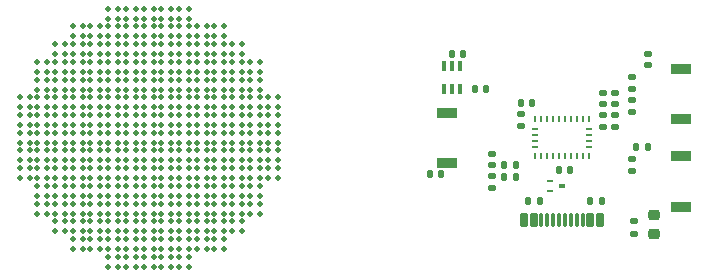
<source format=gbr>
%TF.GenerationSoftware,KiCad,Pcbnew,8.0.2-1*%
%TF.CreationDate,2025-05-16T10:32:14-07:00*%
%TF.ProjectId,Small_Pendant,536d616c-6c5f-4506-956e-64616e742e6b,rev?*%
%TF.SameCoordinates,Original*%
%TF.FileFunction,Paste,Top*%
%TF.FilePolarity,Positive*%
%FSLAX46Y46*%
G04 Gerber Fmt 4.6, Leading zero omitted, Abs format (unit mm)*
G04 Created by KiCad (PCBNEW 8.0.2-1) date 2025-05-16 10:32:14*
%MOMM*%
%LPD*%
G01*
G04 APERTURE LIST*
G04 Aperture macros list*
%AMRoundRect*
0 Rectangle with rounded corners*
0 $1 Rounding radius*
0 $2 $3 $4 $5 $6 $7 $8 $9 X,Y pos of 4 corners*
0 Add a 4 corners polygon primitive as box body*
4,1,4,$2,$3,$4,$5,$6,$7,$8,$9,$2,$3,0*
0 Add four circle primitives for the rounded corners*
1,1,$1+$1,$2,$3*
1,1,$1+$1,$4,$5*
1,1,$1+$1,$6,$7*
1,1,$1+$1,$8,$9*
0 Add four rect primitives between the rounded corners*
20,1,$1+$1,$2,$3,$4,$5,0*
20,1,$1+$1,$4,$5,$6,$7,0*
20,1,$1+$1,$6,$7,$8,$9,0*
20,1,$1+$1,$8,$9,$2,$3,0*%
G04 Aperture macros list end*
%ADD10RoundRect,0.112500X-0.112500X-0.112500X0.112500X-0.112500X0.112500X0.112500X-0.112500X0.112500X0*%
%ADD11RoundRect,0.112500X0.112500X0.112500X-0.112500X0.112500X-0.112500X-0.112500X0.112500X-0.112500X0*%
%ADD12R,1.700000X0.845000*%
%ADD13R,1.700000X0.850000*%
%ADD14RoundRect,0.135000X0.185000X-0.135000X0.185000X0.135000X-0.185000X0.135000X-0.185000X-0.135000X0*%
%ADD15RoundRect,0.140000X-0.170000X0.140000X-0.170000X-0.140000X0.170000X-0.140000X0.170000X0.140000X0*%
%ADD16RoundRect,0.140000X0.170000X-0.140000X0.170000X0.140000X-0.170000X0.140000X-0.170000X-0.140000X0*%
%ADD17RoundRect,0.140000X-0.140000X-0.170000X0.140000X-0.170000X0.140000X0.170000X-0.140000X0.170000X0*%
%ADD18RoundRect,0.135000X-0.185000X0.135000X-0.185000X-0.135000X0.185000X-0.135000X0.185000X0.135000X0*%
%ADD19RoundRect,0.060000X-0.240000X-0.515000X0.240000X-0.515000X0.240000X0.515000X-0.240000X0.515000X0*%
%ADD20RoundRect,0.030000X-0.120000X-0.545000X0.120000X-0.545000X0.120000X0.545000X-0.120000X0.545000X0*%
%ADD21R,0.250000X0.500000*%
%ADD22R,0.500000X0.250000*%
%ADD23RoundRect,0.140000X0.140000X0.170000X-0.140000X0.170000X-0.140000X-0.170000X0.140000X-0.170000X0*%
%ADD24RoundRect,0.135000X-0.135000X-0.185000X0.135000X-0.185000X0.135000X0.185000X-0.135000X0.185000X0*%
%ADD25R,0.320000X0.840000*%
%ADD26RoundRect,0.218750X-0.256250X0.218750X-0.256250X-0.218750X0.256250X-0.218750X0.256250X0.218750X0*%
%ADD27R,0.490000X0.290000*%
%ADD28R,0.490000X0.430000*%
%ADD29RoundRect,0.135000X0.135000X0.185000X-0.135000X0.185000X-0.135000X-0.185000X0.135000X-0.185000X0*%
G04 APERTURE END LIST*
D10*
%TO.C,D135*%
X51075000Y-69075000D03*
X51925000Y-69075000D03*
X51075000Y-69925000D03*
X51925000Y-69925000D03*
%TD*%
D11*
%TO.C,D14*%
X51925000Y-56425000D03*
X51075000Y-56425000D03*
X51925000Y-55575000D03*
X51075000Y-55575000D03*
%TD*%
%TO.C,D115*%
X39925000Y-68425000D03*
X39075000Y-68425000D03*
X39925000Y-67575000D03*
X39075000Y-67575000D03*
%TD*%
%TO.C,D152*%
X54925000Y-71425000D03*
X54075000Y-71425000D03*
X54925000Y-70575000D03*
X54075000Y-70575000D03*
%TD*%
%TO.C,D171*%
X50425000Y-74425000D03*
X49575000Y-74425000D03*
X50425000Y-73575000D03*
X49575000Y-73575000D03*
%TD*%
D12*
%TO.C,SW2*%
X95100000Y-63427500D03*
D13*
X95100000Y-59175000D03*
%TD*%
D10*
%TO.C,D50*%
X46575000Y-60075000D03*
X47425000Y-60075000D03*
X46575000Y-60925000D03*
X47425000Y-60925000D03*
%TD*%
%TO.C,D138*%
X46575000Y-69075000D03*
X47425000Y-69075000D03*
X46575000Y-69925000D03*
X47425000Y-69925000D03*
%TD*%
D11*
%TO.C,D98*%
X59425000Y-65425000D03*
X58575000Y-65425000D03*
X59425000Y-64575000D03*
X58575000Y-64575000D03*
%TD*%
D14*
%TO.C,R2*%
X89500000Y-64110000D03*
X89500000Y-63090000D03*
%TD*%
D11*
%TO.C,D87*%
X42925000Y-65425000D03*
X42075000Y-65425000D03*
X42925000Y-64575000D03*
X42075000Y-64575000D03*
%TD*%
%TO.C,D174*%
X54925000Y-74425000D03*
X54075000Y-74425000D03*
X54925000Y-73575000D03*
X54075000Y-73575000D03*
%TD*%
D10*
%TO.C,D176*%
X52575000Y-75075000D03*
X53425000Y-75075000D03*
X52575000Y-75925000D03*
X53425000Y-75925000D03*
%TD*%
D11*
%TO.C,D29*%
X41425000Y-59425000D03*
X40575000Y-59425000D03*
X41425000Y-58575000D03*
X40575000Y-58575000D03*
%TD*%
%TO.C,D34*%
X48925000Y-59425000D03*
X48075000Y-59425000D03*
X48925000Y-58575000D03*
X48075000Y-58575000D03*
%TD*%
D15*
%TO.C,C6*%
X79100000Y-66370000D03*
X79100000Y-67330000D03*
%TD*%
D10*
%TO.C,D79*%
X46575000Y-63075000D03*
X47425000Y-63075000D03*
X46575000Y-63925000D03*
X47425000Y-63925000D03*
%TD*%
%TO.C,D159*%
X52575000Y-72075000D03*
X53425000Y-72075000D03*
X52575000Y-72925000D03*
X53425000Y-72925000D03*
%TD*%
D11*
%TO.C,D124*%
X53425000Y-68425000D03*
X52575000Y-68425000D03*
X53425000Y-67575000D03*
X52575000Y-67575000D03*
%TD*%
%TO.C,D95*%
X54925000Y-65425000D03*
X54075000Y-65425000D03*
X54925000Y-64575000D03*
X54075000Y-64575000D03*
%TD*%
D10*
%TO.C,D28*%
X42075000Y-57075000D03*
X42925000Y-57075000D03*
X42075000Y-57925000D03*
X42925000Y-57925000D03*
%TD*%
D11*
%TO.C,D85*%
X39925000Y-65425000D03*
X39075000Y-65425000D03*
X39925000Y-64575000D03*
X39075000Y-64575000D03*
%TD*%
%TO.C,D38*%
X54925000Y-59425000D03*
X54075000Y-59425000D03*
X54925000Y-58575000D03*
X54075000Y-58575000D03*
%TD*%
%TO.C,D88*%
X44425000Y-65425000D03*
X43575000Y-65425000D03*
X44425000Y-64575000D03*
X43575000Y-64575000D03*
%TD*%
D10*
%TO.C,D77*%
X49575000Y-63075000D03*
X50425000Y-63075000D03*
X49575000Y-63925000D03*
X50425000Y-63925000D03*
%TD*%
D16*
%TO.C,C4*%
X92300000Y-58880000D03*
X92300000Y-57920000D03*
%TD*%
D11*
%TO.C,D155*%
X59425000Y-71425000D03*
X58575000Y-71425000D03*
X59425000Y-70575000D03*
X58575000Y-70575000D03*
%TD*%
D17*
%TO.C,C14*%
X77620000Y-60900000D03*
X78580000Y-60900000D03*
%TD*%
D16*
%TO.C,C1*%
X88500000Y-62180000D03*
X88500000Y-61220000D03*
%TD*%
D11*
%TO.C,D30*%
X42925000Y-59425000D03*
X42075000Y-59425000D03*
X42925000Y-58575000D03*
X42075000Y-58575000D03*
%TD*%
%TO.C,D63*%
X51925000Y-62425000D03*
X51075000Y-62425000D03*
X51925000Y-61575000D03*
X51075000Y-61575000D03*
%TD*%
%TO.C,D58*%
X44425000Y-62425000D03*
X43575000Y-62425000D03*
X44425000Y-61575000D03*
X43575000Y-61575000D03*
%TD*%
%TO.C,D15*%
X53425000Y-56425000D03*
X52575000Y-56425000D03*
X53425000Y-55575000D03*
X52575000Y-55575000D03*
%TD*%
D10*
%TO.C,D53*%
X42075000Y-60075000D03*
X42925000Y-60075000D03*
X42075000Y-60925000D03*
X42925000Y-60925000D03*
%TD*%
%TO.C,D157*%
X55575000Y-72075000D03*
X56425000Y-72075000D03*
X55575000Y-72925000D03*
X56425000Y-72925000D03*
%TD*%
D11*
%TO.C,D9*%
X44425000Y-56425000D03*
X43575000Y-56425000D03*
X44425000Y-55575000D03*
X43575000Y-55575000D03*
%TD*%
D18*
%TO.C,R8*%
X90900000Y-66790000D03*
X90900000Y-67810000D03*
%TD*%
D19*
%TO.C,J1*%
X81800000Y-71990000D03*
X82600000Y-71990000D03*
D20*
X83750000Y-71990000D03*
X84750000Y-71990000D03*
X85250000Y-71990000D03*
X86250000Y-71990000D03*
D19*
X87400000Y-71990000D03*
X88200000Y-71990000D03*
X88200000Y-71990000D03*
X87400000Y-71990000D03*
D20*
X86750000Y-71990000D03*
X85750000Y-71990000D03*
X84250000Y-71990000D03*
X83250000Y-71990000D03*
D19*
X82600000Y-71990000D03*
X81800000Y-71990000D03*
%TD*%
D11*
%TO.C,D145*%
X44425000Y-71425000D03*
X43575000Y-71425000D03*
X44425000Y-70575000D03*
X43575000Y-70575000D03*
%TD*%
D21*
%TO.C,U3*%
X82750000Y-63440000D03*
D22*
X82750000Y-64250000D03*
X82750000Y-64750000D03*
X82750000Y-65250000D03*
X82750000Y-65750000D03*
D21*
X82750000Y-66560000D03*
X83250000Y-66560000D03*
X83750000Y-66560000D03*
X84250000Y-66560000D03*
X84750000Y-66560000D03*
X85250000Y-66560000D03*
X85750000Y-66560000D03*
X86250000Y-66560000D03*
X86750000Y-66560000D03*
X87250000Y-66560000D03*
D22*
X87250000Y-65750000D03*
X87250000Y-65250000D03*
X87250000Y-64750000D03*
X87250000Y-64250000D03*
D21*
X87250000Y-63440000D03*
X86750000Y-63440000D03*
X86250000Y-63440000D03*
X85750000Y-63440000D03*
X85250000Y-63440000D03*
X84750000Y-63440000D03*
X84250000Y-63440000D03*
X83750000Y-63440000D03*
X83250000Y-63440000D03*
%TD*%
D11*
%TO.C,D86*%
X41425000Y-65425000D03*
X40575000Y-65425000D03*
X41425000Y-64575000D03*
X40575000Y-64575000D03*
%TD*%
%TO.C,D66*%
X56425000Y-62425000D03*
X55575000Y-62425000D03*
X56425000Y-61575000D03*
X55575000Y-61575000D03*
%TD*%
D10*
%TO.C,D83*%
X40575000Y-63075000D03*
X41425000Y-63075000D03*
X40575000Y-63925000D03*
X41425000Y-63925000D03*
%TD*%
D11*
%TO.C,D32*%
X45925000Y-59425000D03*
X45075000Y-59425000D03*
X45925000Y-58575000D03*
X45075000Y-58575000D03*
%TD*%
D10*
%TO.C,D104*%
X54075000Y-66075000D03*
X54925000Y-66075000D03*
X54075000Y-66925000D03*
X54925000Y-66925000D03*
%TD*%
%TO.C,D112*%
X42075000Y-66075000D03*
X42925000Y-66075000D03*
X42075000Y-66925000D03*
X42925000Y-66925000D03*
%TD*%
D18*
%TO.C,R1*%
X88500000Y-63090000D03*
X88500000Y-64110000D03*
%TD*%
D10*
%TO.C,D137*%
X48075000Y-69075000D03*
X48925000Y-69075000D03*
X48075000Y-69925000D03*
X48925000Y-69925000D03*
%TD*%
D11*
%TO.C,D148*%
X48925000Y-71425000D03*
X48075000Y-71425000D03*
X48925000Y-70575000D03*
X48075000Y-70575000D03*
%TD*%
%TO.C,D67*%
X57925000Y-62425000D03*
X57075000Y-62425000D03*
X57925000Y-61575000D03*
X57075000Y-61575000D03*
%TD*%
D10*
%TO.C,D111*%
X43575000Y-66075000D03*
X44425000Y-66075000D03*
X43575000Y-66925000D03*
X44425000Y-66925000D03*
%TD*%
D23*
%TO.C,C5*%
X74780000Y-68100000D03*
X73820000Y-68100000D03*
%TD*%
D16*
%TO.C,C3*%
X90950000Y-60860000D03*
X90950000Y-59900000D03*
%TD*%
D10*
%TO.C,D108*%
X48075000Y-66075000D03*
X48925000Y-66075000D03*
X48075000Y-66925000D03*
X48925000Y-66925000D03*
%TD*%
%TO.C,D8*%
X46575000Y-54075000D03*
X47425000Y-54075000D03*
X46575000Y-54925000D03*
X47425000Y-54925000D03*
%TD*%
D24*
%TO.C,R6*%
X80090000Y-68300000D03*
X81110000Y-68300000D03*
%TD*%
D10*
%TO.C,D163*%
X46575000Y-72075000D03*
X47425000Y-72075000D03*
X46575000Y-72925000D03*
X47425000Y-72925000D03*
%TD*%
D12*
%TO.C,SW3*%
X95100000Y-66572500D03*
D13*
X95100000Y-70825000D03*
%TD*%
D10*
%TO.C,D7*%
X48075000Y-54075000D03*
X48925000Y-54075000D03*
X48075000Y-54925000D03*
X48925000Y-54925000D03*
%TD*%
D25*
%TO.C,U4*%
X76350000Y-58950000D03*
X75700000Y-58950000D03*
X75050000Y-58950000D03*
X75050000Y-60850000D03*
X75700000Y-60850000D03*
X76350000Y-60850000D03*
%TD*%
D11*
%TO.C,D31*%
X44425000Y-59425000D03*
X43575000Y-59425000D03*
X44425000Y-58575000D03*
X43575000Y-58575000D03*
%TD*%
D10*
%TO.C,D80*%
X45075000Y-63075000D03*
X45925000Y-63075000D03*
X45075000Y-63925000D03*
X45925000Y-63925000D03*
%TD*%
%TO.C,D27*%
X43575000Y-57075000D03*
X44425000Y-57075000D03*
X43575000Y-57925000D03*
X44425000Y-57925000D03*
%TD*%
D11*
%TO.C,D36*%
X51925000Y-59425000D03*
X51075000Y-59425000D03*
X51925000Y-58575000D03*
X51075000Y-58575000D03*
%TD*%
D10*
%TO.C,D131*%
X57075000Y-69075000D03*
X57925000Y-69075000D03*
X57075000Y-69925000D03*
X57925000Y-69925000D03*
%TD*%
%TO.C,D156*%
X57075000Y-72075000D03*
X57925000Y-72075000D03*
X57075000Y-72925000D03*
X57925000Y-72925000D03*
%TD*%
D11*
%TO.C,D89*%
X45925000Y-65425000D03*
X45075000Y-65425000D03*
X45925000Y-64575000D03*
X45075000Y-64575000D03*
%TD*%
D10*
%TO.C,D5*%
X51075000Y-54075000D03*
X51925000Y-54075000D03*
X51075000Y-54925000D03*
X51925000Y-54925000D03*
%TD*%
%TO.C,D179*%
X48075000Y-75075000D03*
X48925000Y-75075000D03*
X48075000Y-75925000D03*
X48925000Y-75925000D03*
%TD*%
%TO.C,D177*%
X51075000Y-75075000D03*
X51925000Y-75075000D03*
X51075000Y-75925000D03*
X51925000Y-75925000D03*
%TD*%
D11*
%TO.C,D116*%
X41425000Y-68425000D03*
X40575000Y-68425000D03*
X41425000Y-67575000D03*
X40575000Y-67575000D03*
%TD*%
D10*
%TO.C,D130*%
X58575000Y-69075000D03*
X59425000Y-69075000D03*
X58575000Y-69925000D03*
X59425000Y-69925000D03*
%TD*%
%TO.C,D180*%
X46575000Y-75075000D03*
X47425000Y-75075000D03*
X46575000Y-75925000D03*
X47425000Y-75925000D03*
%TD*%
D11*
%TO.C,D126*%
X56425000Y-68425000D03*
X55575000Y-68425000D03*
X56425000Y-67575000D03*
X55575000Y-67575000D03*
%TD*%
D10*
%TO.C,D140*%
X43575000Y-69075000D03*
X44425000Y-69075000D03*
X43575000Y-69925000D03*
X44425000Y-69925000D03*
%TD*%
D11*
%TO.C,D127*%
X57925000Y-68425000D03*
X57075000Y-68425000D03*
X57925000Y-67575000D03*
X57075000Y-67575000D03*
%TD*%
D10*
%TO.C,D165*%
X43575000Y-72075000D03*
X44425000Y-72075000D03*
X43575000Y-72925000D03*
X44425000Y-72925000D03*
%TD*%
D11*
%TO.C,D57*%
X42925000Y-62425000D03*
X42075000Y-62425000D03*
X42925000Y-61575000D03*
X42075000Y-61575000D03*
%TD*%
D10*
%TO.C,D51*%
X45075000Y-60075000D03*
X45925000Y-60075000D03*
X45075000Y-60925000D03*
X45925000Y-60925000D03*
%TD*%
D11*
%TO.C,D62*%
X50425000Y-62425000D03*
X49575000Y-62425000D03*
X50425000Y-61575000D03*
X49575000Y-61575000D03*
%TD*%
%TO.C,D90*%
X47425000Y-65425000D03*
X46575000Y-65425000D03*
X47425000Y-64575000D03*
X46575000Y-64575000D03*
%TD*%
D10*
%TO.C,D54*%
X40575000Y-60075000D03*
X41425000Y-60075000D03*
X40575000Y-60925000D03*
X41425000Y-60925000D03*
%TD*%
D17*
%TO.C,C10*%
X81520000Y-62100000D03*
X82480000Y-62100000D03*
%TD*%
D11*
%TO.C,D16*%
X54925000Y-56425000D03*
X54075000Y-56425000D03*
X54925000Y-55575000D03*
X54075000Y-55575000D03*
%TD*%
%TO.C,D69*%
X60925000Y-62425000D03*
X60075000Y-62425000D03*
X60925000Y-61575000D03*
X60075000Y-61575000D03*
%TD*%
D24*
%TO.C,R5*%
X80090000Y-67300000D03*
X81110000Y-67300000D03*
%TD*%
D17*
%TO.C,C12*%
X84720000Y-67700000D03*
X85680000Y-67700000D03*
%TD*%
D10*
%TO.C,D178*%
X49575000Y-75075000D03*
X50425000Y-75075000D03*
X49575000Y-75925000D03*
X50425000Y-75925000D03*
%TD*%
%TO.C,D164*%
X45075000Y-72075000D03*
X45925000Y-72075000D03*
X45075000Y-72925000D03*
X45925000Y-72925000D03*
%TD*%
D26*
%TO.C,D3*%
X92800000Y-71535000D03*
X92800000Y-73110000D03*
%TD*%
D10*
%TO.C,D158*%
X54075000Y-72075000D03*
X54925000Y-72075000D03*
X54075000Y-72925000D03*
X54925000Y-72925000D03*
%TD*%
%TO.C,D42*%
X58575000Y-60075000D03*
X59425000Y-60075000D03*
X58575000Y-60925000D03*
X59425000Y-60925000D03*
%TD*%
D11*
%TO.C,D146*%
X45925000Y-71425000D03*
X45075000Y-71425000D03*
X45925000Y-70575000D03*
X45075000Y-70575000D03*
%TD*%
%TO.C,D94*%
X53425000Y-65425000D03*
X52575000Y-65425000D03*
X53425000Y-64575000D03*
X52575000Y-64575000D03*
%TD*%
%TO.C,D97*%
X57925000Y-65425000D03*
X57075000Y-65425000D03*
X57925000Y-64575000D03*
X57075000Y-64575000D03*
%TD*%
%TO.C,D17*%
X56425000Y-56425000D03*
X55575000Y-56425000D03*
X56425000Y-55575000D03*
X55575000Y-55575000D03*
%TD*%
%TO.C,D149*%
X50425000Y-71425000D03*
X49575000Y-71425000D03*
X50425000Y-70575000D03*
X49575000Y-70575000D03*
%TD*%
D10*
%TO.C,D23*%
X49575000Y-57075000D03*
X50425000Y-57075000D03*
X49575000Y-57925000D03*
X50425000Y-57925000D03*
%TD*%
D11*
%TO.C,D55*%
X39925000Y-62425000D03*
X39075000Y-62425000D03*
X39925000Y-61575000D03*
X39075000Y-61575000D03*
%TD*%
%TO.C,D170*%
X48925000Y-74425000D03*
X48075000Y-74425000D03*
X48925000Y-73575000D03*
X48075000Y-73575000D03*
%TD*%
D10*
%TO.C,D139*%
X45075000Y-69075000D03*
X45925000Y-69075000D03*
X45075000Y-69925000D03*
X45925000Y-69925000D03*
%TD*%
%TO.C,D26*%
X45075000Y-57075000D03*
X45925000Y-57075000D03*
X45075000Y-57925000D03*
X45925000Y-57925000D03*
%TD*%
D11*
%TO.C,D13*%
X50425000Y-56425000D03*
X49575000Y-56425000D03*
X50425000Y-55575000D03*
X49575000Y-55575000D03*
%TD*%
%TO.C,D68*%
X59425000Y-62425000D03*
X58575000Y-62425000D03*
X59425000Y-61575000D03*
X58575000Y-61575000D03*
%TD*%
%TO.C,D153*%
X56425000Y-71425000D03*
X55575000Y-71425000D03*
X56425000Y-70575000D03*
X55575000Y-70575000D03*
%TD*%
D10*
%TO.C,D20*%
X54075000Y-57075000D03*
X54925000Y-57075000D03*
X54075000Y-57925000D03*
X54925000Y-57925000D03*
%TD*%
D11*
%TO.C,D35*%
X50425000Y-59425000D03*
X49575000Y-59425000D03*
X50425000Y-58575000D03*
X49575000Y-58575000D03*
%TD*%
%TO.C,D173*%
X53425000Y-74425000D03*
X52575000Y-74425000D03*
X53425000Y-73575000D03*
X52575000Y-73575000D03*
%TD*%
D10*
%TO.C,D48*%
X49575000Y-60075000D03*
X50425000Y-60075000D03*
X49575000Y-60925000D03*
X50425000Y-60925000D03*
%TD*%
%TO.C,D74*%
X54075000Y-63075000D03*
X54925000Y-63075000D03*
X54075000Y-63925000D03*
X54925000Y-63925000D03*
%TD*%
D11*
%TO.C,D33*%
X47425000Y-59425000D03*
X46575000Y-59425000D03*
X47425000Y-58575000D03*
X46575000Y-58575000D03*
%TD*%
D10*
%TO.C,D52*%
X43575000Y-60075000D03*
X44425000Y-60075000D03*
X43575000Y-60925000D03*
X44425000Y-60925000D03*
%TD*%
%TO.C,D100*%
X60075000Y-66075000D03*
X60925000Y-66075000D03*
X60075000Y-66925000D03*
X60925000Y-66925000D03*
%TD*%
D11*
%TO.C,D121*%
X48925000Y-68425000D03*
X48075000Y-68425000D03*
X48925000Y-67575000D03*
X48075000Y-67575000D03*
%TD*%
%TO.C,D168*%
X45925000Y-74425000D03*
X45075000Y-74425000D03*
X45925000Y-73575000D03*
X45075000Y-73575000D03*
%TD*%
D16*
%TO.C,C2*%
X89500000Y-62180000D03*
X89500000Y-61220000D03*
%TD*%
D10*
%TO.C,D133*%
X54075000Y-69075000D03*
X54925000Y-69075000D03*
X54075000Y-69925000D03*
X54925000Y-69925000D03*
%TD*%
%TO.C,D101*%
X58575000Y-66075000D03*
X59425000Y-66075000D03*
X58575000Y-66925000D03*
X59425000Y-66925000D03*
%TD*%
%TO.C,D18*%
X57075000Y-57075000D03*
X57925000Y-57075000D03*
X57075000Y-57925000D03*
X57925000Y-57925000D03*
%TD*%
D11*
%TO.C,D118*%
X44425000Y-68425000D03*
X43575000Y-68425000D03*
X44425000Y-67575000D03*
X43575000Y-67575000D03*
%TD*%
%TO.C,D41*%
X59425000Y-59425000D03*
X58575000Y-59425000D03*
X59425000Y-58575000D03*
X58575000Y-58575000D03*
%TD*%
%TO.C,D123*%
X51925000Y-68425000D03*
X51075000Y-68425000D03*
X51925000Y-67575000D03*
X51075000Y-67575000D03*
%TD*%
D10*
%TO.C,D82*%
X42075000Y-63075000D03*
X42925000Y-63075000D03*
X42075000Y-63925000D03*
X42925000Y-63925000D03*
%TD*%
D11*
%TO.C,D99*%
X60925000Y-65425000D03*
X60075000Y-65425000D03*
X60925000Y-64575000D03*
X60075000Y-64575000D03*
%TD*%
%TO.C,D119*%
X45925000Y-68425000D03*
X45075000Y-68425000D03*
X45925000Y-67575000D03*
X45075000Y-67575000D03*
%TD*%
%TO.C,D39*%
X56425000Y-59425000D03*
X55575000Y-59425000D03*
X56425000Y-58575000D03*
X55575000Y-58575000D03*
%TD*%
D10*
%TO.C,D76*%
X51075000Y-63075000D03*
X51925000Y-63075000D03*
X51075000Y-63925000D03*
X51925000Y-63925000D03*
%TD*%
%TO.C,D107*%
X49575000Y-66075000D03*
X50425000Y-66075000D03*
X49575000Y-66925000D03*
X50425000Y-66925000D03*
%TD*%
D11*
%TO.C,D128*%
X59425000Y-68425000D03*
X58575000Y-68425000D03*
X59425000Y-67575000D03*
X58575000Y-67575000D03*
%TD*%
D10*
%TO.C,D113*%
X40575000Y-66075000D03*
X41425000Y-66075000D03*
X40575000Y-66925000D03*
X41425000Y-66925000D03*
%TD*%
%TO.C,D136*%
X49575000Y-69075000D03*
X50425000Y-69075000D03*
X49575000Y-69925000D03*
X50425000Y-69925000D03*
%TD*%
%TO.C,D24*%
X48075000Y-57075000D03*
X48925000Y-57075000D03*
X48075000Y-57925000D03*
X48925000Y-57925000D03*
%TD*%
%TO.C,D105*%
X52575000Y-66075000D03*
X53425000Y-66075000D03*
X52575000Y-66925000D03*
X53425000Y-66925000D03*
%TD*%
D11*
%TO.C,D10*%
X45925000Y-56425000D03*
X45075000Y-56425000D03*
X45925000Y-55575000D03*
X45075000Y-55575000D03*
%TD*%
D10*
%TO.C,D141*%
X42075000Y-69075000D03*
X42925000Y-69075000D03*
X42075000Y-69925000D03*
X42925000Y-69925000D03*
%TD*%
D27*
%TO.C,D1*%
X83970000Y-68700000D03*
X83970000Y-69500000D03*
D28*
X85030000Y-69100000D03*
%TD*%
D10*
%TO.C,D70*%
X60075000Y-63075000D03*
X60925000Y-63075000D03*
X60075000Y-63925000D03*
X60925000Y-63925000D03*
%TD*%
D23*
%TO.C,C13*%
X76660000Y-57900000D03*
X75700000Y-57900000D03*
%TD*%
D10*
%TO.C,D73*%
X55575000Y-63075000D03*
X56425000Y-63075000D03*
X55575000Y-63925000D03*
X56425000Y-63925000D03*
%TD*%
%TO.C,D142*%
X40575000Y-69075000D03*
X41425000Y-69075000D03*
X40575000Y-69925000D03*
X41425000Y-69925000D03*
%TD*%
%TO.C,D106*%
X51075000Y-66075000D03*
X51925000Y-66075000D03*
X51075000Y-66925000D03*
X51925000Y-66925000D03*
%TD*%
D24*
%TO.C,R9*%
X91290000Y-65800000D03*
X92310000Y-65800000D03*
%TD*%
D11*
%TO.C,D91*%
X48925000Y-65425000D03*
X48075000Y-65425000D03*
X48925000Y-64575000D03*
X48075000Y-64575000D03*
%TD*%
%TO.C,D154*%
X57925000Y-71425000D03*
X57075000Y-71425000D03*
X57925000Y-70575000D03*
X57075000Y-70575000D03*
%TD*%
%TO.C,D125*%
X54925000Y-68425000D03*
X54075000Y-68425000D03*
X54925000Y-67575000D03*
X54075000Y-67575000D03*
%TD*%
%TO.C,D117*%
X42925000Y-68425000D03*
X42075000Y-68425000D03*
X42925000Y-67575000D03*
X42075000Y-67575000D03*
%TD*%
%TO.C,D120*%
X47425000Y-68425000D03*
X46575000Y-68425000D03*
X47425000Y-67575000D03*
X46575000Y-67575000D03*
%TD*%
%TO.C,D60*%
X47425000Y-62425000D03*
X46575000Y-62425000D03*
X47425000Y-61575000D03*
X46575000Y-61575000D03*
%TD*%
D14*
%TO.C,R4*%
X91100000Y-73110000D03*
X91100000Y-72090000D03*
%TD*%
D10*
%TO.C,D109*%
X46575000Y-66075000D03*
X47425000Y-66075000D03*
X46575000Y-66925000D03*
X47425000Y-66925000D03*
%TD*%
D11*
%TO.C,D169*%
X47425000Y-74425000D03*
X46575000Y-74425000D03*
X47425000Y-73575000D03*
X46575000Y-73575000D03*
%TD*%
%TO.C,D151*%
X53425000Y-71425000D03*
X52575000Y-71425000D03*
X53425000Y-70575000D03*
X52575000Y-70575000D03*
%TD*%
%TO.C,D147*%
X47425000Y-71425000D03*
X46575000Y-71425000D03*
X47425000Y-70575000D03*
X46575000Y-70575000D03*
%TD*%
D14*
%TO.C,R3*%
X90950000Y-62820000D03*
X90950000Y-61800000D03*
%TD*%
D11*
%TO.C,D129*%
X60925000Y-68425000D03*
X60075000Y-68425000D03*
X60925000Y-67575000D03*
X60075000Y-67575000D03*
%TD*%
D10*
%TO.C,D4*%
X52575000Y-54075000D03*
X53425000Y-54075000D03*
X52575000Y-54925000D03*
X53425000Y-54925000D03*
%TD*%
D11*
%TO.C,D143*%
X41425000Y-71425000D03*
X40575000Y-71425000D03*
X41425000Y-70575000D03*
X40575000Y-70575000D03*
%TD*%
%TO.C,D40*%
X57925000Y-59425000D03*
X57075000Y-59425000D03*
X57925000Y-58575000D03*
X57075000Y-58575000D03*
%TD*%
D10*
%TO.C,D81*%
X43575000Y-63075000D03*
X44425000Y-63075000D03*
X43575000Y-63925000D03*
X44425000Y-63925000D03*
%TD*%
%TO.C,D102*%
X57075000Y-66075000D03*
X57925000Y-66075000D03*
X57075000Y-66925000D03*
X57925000Y-66925000D03*
%TD*%
D11*
%TO.C,D172*%
X51925000Y-74425000D03*
X51075000Y-74425000D03*
X51925000Y-73575000D03*
X51075000Y-73575000D03*
%TD*%
D10*
%TO.C,D71*%
X58575000Y-63075000D03*
X59425000Y-63075000D03*
X58575000Y-63925000D03*
X59425000Y-63925000D03*
%TD*%
D29*
%TO.C,R11*%
X83110000Y-70400000D03*
X82090000Y-70400000D03*
%TD*%
D10*
%TO.C,D45*%
X54075000Y-60075000D03*
X54925000Y-60075000D03*
X54075000Y-60925000D03*
X54925000Y-60925000D03*
%TD*%
%TO.C,D6*%
X49575000Y-54075000D03*
X50425000Y-54075000D03*
X49575000Y-54925000D03*
X50425000Y-54925000D03*
%TD*%
D11*
%TO.C,D96*%
X56425000Y-65425000D03*
X55575000Y-65425000D03*
X56425000Y-64575000D03*
X55575000Y-64575000D03*
%TD*%
D10*
%TO.C,D75*%
X52575000Y-63075000D03*
X53425000Y-63075000D03*
X52575000Y-63925000D03*
X53425000Y-63925000D03*
%TD*%
%TO.C,D132*%
X55575000Y-69075000D03*
X56425000Y-69075000D03*
X55575000Y-69925000D03*
X56425000Y-69925000D03*
%TD*%
%TO.C,D25*%
X46575000Y-57075000D03*
X47425000Y-57075000D03*
X46575000Y-57925000D03*
X47425000Y-57925000D03*
%TD*%
D11*
%TO.C,D12*%
X48925000Y-56425000D03*
X48075000Y-56425000D03*
X48925000Y-55575000D03*
X48075000Y-55575000D03*
%TD*%
%TO.C,D175*%
X56425000Y-74425000D03*
X55575000Y-74425000D03*
X56425000Y-73575000D03*
X55575000Y-73575000D03*
%TD*%
D10*
%TO.C,D114*%
X39075000Y-66075000D03*
X39925000Y-66075000D03*
X39075000Y-66925000D03*
X39925000Y-66925000D03*
%TD*%
%TO.C,D43*%
X57075000Y-60075000D03*
X57925000Y-60075000D03*
X57075000Y-60925000D03*
X57925000Y-60925000D03*
%TD*%
D11*
%TO.C,D64*%
X53425000Y-62425000D03*
X52575000Y-62425000D03*
X53425000Y-61575000D03*
X52575000Y-61575000D03*
%TD*%
%TO.C,D59*%
X45925000Y-62425000D03*
X45075000Y-62425000D03*
X45925000Y-61575000D03*
X45075000Y-61575000D03*
%TD*%
D24*
%TO.C,R10*%
X87390000Y-70400000D03*
X88410000Y-70400000D03*
%TD*%
D11*
%TO.C,D144*%
X42925000Y-71425000D03*
X42075000Y-71425000D03*
X42925000Y-70575000D03*
X42075000Y-70575000D03*
%TD*%
D10*
%TO.C,D44*%
X55575000Y-60075000D03*
X56425000Y-60075000D03*
X55575000Y-60925000D03*
X56425000Y-60925000D03*
%TD*%
D11*
%TO.C,D150*%
X51925000Y-71425000D03*
X51075000Y-71425000D03*
X51925000Y-70575000D03*
X51075000Y-70575000D03*
%TD*%
%TO.C,D11*%
X47425000Y-56425000D03*
X46575000Y-56425000D03*
X47425000Y-55575000D03*
X46575000Y-55575000D03*
%TD*%
D16*
%TO.C,C7*%
X79100000Y-69230000D03*
X79100000Y-68270000D03*
%TD*%
D10*
%TO.C,D161*%
X49575000Y-72075000D03*
X50425000Y-72075000D03*
X49575000Y-72925000D03*
X50425000Y-72925000D03*
%TD*%
D16*
%TO.C,C11*%
X81500000Y-63980000D03*
X81500000Y-63020000D03*
%TD*%
D10*
%TO.C,D19*%
X55575000Y-57075000D03*
X56425000Y-57075000D03*
X55575000Y-57925000D03*
X56425000Y-57925000D03*
%TD*%
%TO.C,D46*%
X52575000Y-60075000D03*
X53425000Y-60075000D03*
X52575000Y-60925000D03*
X53425000Y-60925000D03*
%TD*%
%TO.C,D160*%
X51075000Y-72075000D03*
X51925000Y-72075000D03*
X51075000Y-72925000D03*
X51925000Y-72925000D03*
%TD*%
%TO.C,D110*%
X45075000Y-66075000D03*
X45925000Y-66075000D03*
X45075000Y-66925000D03*
X45925000Y-66925000D03*
%TD*%
D11*
%TO.C,D65*%
X54925000Y-62425000D03*
X54075000Y-62425000D03*
X54925000Y-61575000D03*
X54075000Y-61575000D03*
%TD*%
D10*
%TO.C,D78*%
X48075000Y-63075000D03*
X48925000Y-63075000D03*
X48075000Y-63925000D03*
X48925000Y-63925000D03*
%TD*%
%TO.C,D49*%
X48075000Y-60075000D03*
X48925000Y-60075000D03*
X48075000Y-60925000D03*
X48925000Y-60925000D03*
%TD*%
D11*
%TO.C,D56*%
X41425000Y-62425000D03*
X40575000Y-62425000D03*
X41425000Y-61575000D03*
X40575000Y-61575000D03*
%TD*%
D10*
%TO.C,D72*%
X57075000Y-63075000D03*
X57925000Y-63075000D03*
X57075000Y-63925000D03*
X57925000Y-63925000D03*
%TD*%
%TO.C,D134*%
X52575000Y-69075000D03*
X53425000Y-69075000D03*
X52575000Y-69925000D03*
X53425000Y-69925000D03*
%TD*%
D11*
%TO.C,D122*%
X50425000Y-68425000D03*
X49575000Y-68425000D03*
X50425000Y-67575000D03*
X49575000Y-67575000D03*
%TD*%
D10*
%TO.C,D84*%
X39075000Y-63075000D03*
X39925000Y-63075000D03*
X39075000Y-63925000D03*
X39925000Y-63925000D03*
%TD*%
D11*
%TO.C,D167*%
X44425000Y-74450000D03*
X43575000Y-74450000D03*
X44425000Y-73600000D03*
X43575000Y-73600000D03*
%TD*%
D10*
%TO.C,D162*%
X48075000Y-72075000D03*
X48925000Y-72075000D03*
X48075000Y-72925000D03*
X48925000Y-72925000D03*
%TD*%
D11*
%TO.C,D92*%
X50425000Y-65425000D03*
X49575000Y-65425000D03*
X50425000Y-64575000D03*
X49575000Y-64575000D03*
%TD*%
D10*
%TO.C,D21*%
X52575000Y-57075000D03*
X53425000Y-57075000D03*
X52575000Y-57925000D03*
X53425000Y-57925000D03*
%TD*%
%TO.C,D103*%
X55575000Y-66075000D03*
X56425000Y-66075000D03*
X55575000Y-66925000D03*
X56425000Y-66925000D03*
%TD*%
D11*
%TO.C,D61*%
X48925000Y-62425000D03*
X48075000Y-62425000D03*
X48925000Y-61575000D03*
X48075000Y-61575000D03*
%TD*%
D10*
%TO.C,D166*%
X42075000Y-72075000D03*
X42925000Y-72075000D03*
X42075000Y-72925000D03*
X42925000Y-72925000D03*
%TD*%
%TO.C,D47*%
X51075000Y-60075000D03*
X51925000Y-60075000D03*
X51075000Y-60925000D03*
X51925000Y-60925000D03*
%TD*%
D11*
%TO.C,D37*%
X53425000Y-59425000D03*
X52575000Y-59425000D03*
X53425000Y-58575000D03*
X52575000Y-58575000D03*
%TD*%
D12*
%TO.C,SW1*%
X75300000Y-62872500D03*
D13*
X75300000Y-67125000D03*
%TD*%
D11*
%TO.C,D93*%
X51925000Y-65425000D03*
X51075000Y-65425000D03*
X51925000Y-64575000D03*
X51075000Y-64575000D03*
%TD*%
D10*
%TO.C,D22*%
X51075000Y-57075000D03*
X51925000Y-57075000D03*
X51075000Y-57925000D03*
X51925000Y-57925000D03*
%TD*%
M02*

</source>
